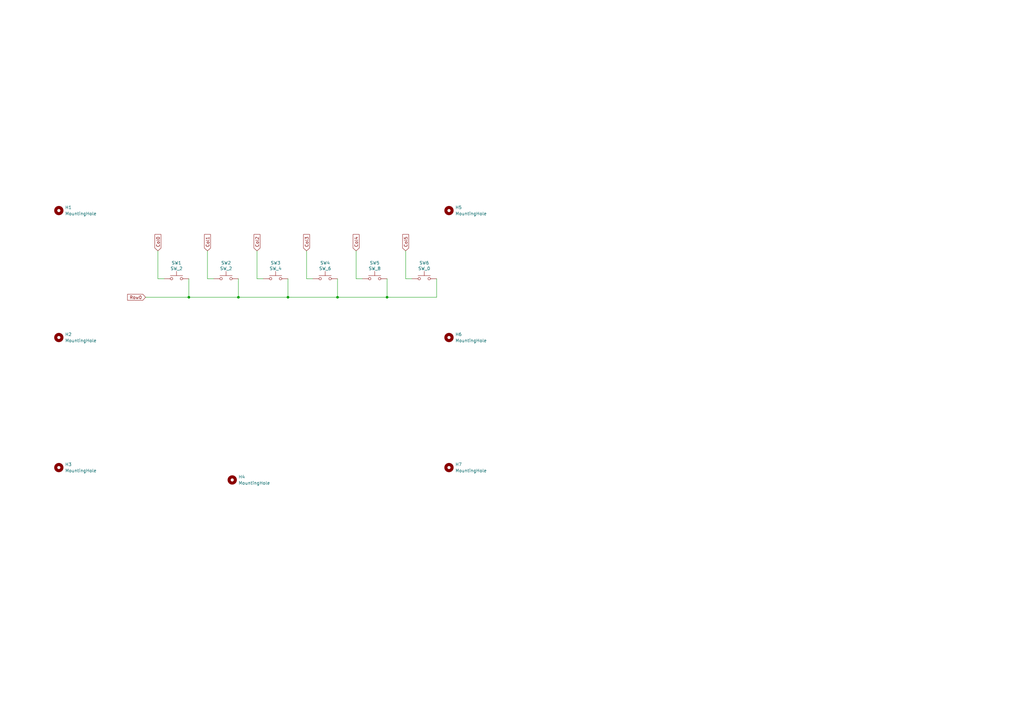
<source format=kicad_sch>
(kicad_sch (version 20211123) (generator eeschema)

  (uuid 5245fe21-b507-43dd-8813-9ae3c7554589)

  (paper "A3")

  (lib_symbols
    (symbol "Mechanical:MountingHole" (pin_names (offset 1.016)) (in_bom yes) (on_board yes)
      (property "Reference" "H" (id 0) (at 0 5.08 0)
        (effects (font (size 1.27 1.27)))
      )
      (property "Value" "MountingHole" (id 1) (at 0 3.175 0)
        (effects (font (size 1.27 1.27)))
      )
      (property "Footprint" "" (id 2) (at 0 0 0)
        (effects (font (size 1.27 1.27)) hide)
      )
      (property "Datasheet" "~" (id 3) (at 0 0 0)
        (effects (font (size 1.27 1.27)) hide)
      )
      (property "ki_keywords" "mounting hole" (id 4) (at 0 0 0)
        (effects (font (size 1.27 1.27)) hide)
      )
      (property "ki_description" "Mounting Hole without connection" (id 5) (at 0 0 0)
        (effects (font (size 1.27 1.27)) hide)
      )
      (property "ki_fp_filters" "MountingHole*" (id 6) (at 0 0 0)
        (effects (font (size 1.27 1.27)) hide)
      )
      (symbol "MountingHole_0_1"
        (circle (center 0 0) (radius 1.27)
          (stroke (width 1.27) (type default) (color 0 0 0 0))
          (fill (type none))
        )
      )
    )
    (symbol "Switch:SW_Push" (pin_numbers hide) (pin_names (offset 1.016) hide) (in_bom yes) (on_board yes)
      (property "Reference" "SW" (id 0) (at 1.27 2.54 0)
        (effects (font (size 1.27 1.27)) (justify left))
      )
      (property "Value" "SW_Push" (id 1) (at 0 -1.524 0)
        (effects (font (size 1.27 1.27)))
      )
      (property "Footprint" "" (id 2) (at 0 5.08 0)
        (effects (font (size 1.27 1.27)) hide)
      )
      (property "Datasheet" "~" (id 3) (at 0 5.08 0)
        (effects (font (size 1.27 1.27)) hide)
      )
      (property "ki_keywords" "switch normally-open pushbutton push-button" (id 4) (at 0 0 0)
        (effects (font (size 1.27 1.27)) hide)
      )
      (property "ki_description" "Push button switch, generic, two pins" (id 5) (at 0 0 0)
        (effects (font (size 1.27 1.27)) hide)
      )
      (symbol "SW_Push_0_1"
        (circle (center -2.032 0) (radius 0.508)
          (stroke (width 0) (type default) (color 0 0 0 0))
          (fill (type none))
        )
        (polyline
          (pts
            (xy 0 1.27)
            (xy 0 3.048)
          )
          (stroke (width 0) (type default) (color 0 0 0 0))
          (fill (type none))
        )
        (polyline
          (pts
            (xy 2.54 1.27)
            (xy -2.54 1.27)
          )
          (stroke (width 0) (type default) (color 0 0 0 0))
          (fill (type none))
        )
        (circle (center 2.032 0) (radius 0.508)
          (stroke (width 0) (type default) (color 0 0 0 0))
          (fill (type none))
        )
        (pin passive line (at -5.08 0 0) (length 2.54)
          (name "1" (effects (font (size 1.27 1.27))))
          (number "1" (effects (font (size 1.27 1.27))))
        )
        (pin passive line (at 5.08 0 180) (length 2.54)
          (name "2" (effects (font (size 1.27 1.27))))
          (number "2" (effects (font (size 1.27 1.27))))
        )
      )
    )
  )

  (junction (at 118.11 121.92) (diameter 0) (color 0 0 0 0)
    (uuid 6d448d0e-7027-4240-a79d-ab2a9cc6b100)
  )
  (junction (at 138.43 121.92) (diameter 0) (color 0 0 0 0)
    (uuid 8f73dec3-8e8b-4589-9a27-efd1522c7203)
  )
  (junction (at 77.47 121.92) (diameter 0) (color 0 0 0 0)
    (uuid b3cabf27-225a-4421-8614-cfc62501f1fd)
  )
  (junction (at 97.79 121.92) (diameter 0) (color 0 0 0 0)
    (uuid df336c65-24f0-4c3e-ac7f-92a628d8d193)
  )
  (junction (at 158.75 121.92) (diameter 0) (color 0 0 0 0)
    (uuid fed98659-12da-48ee-9986-b0fdcf96badf)
  )

  (wire (pts (xy 85.09 102.87) (xy 85.09 114.3))
    (stroke (width 0) (type default) (color 0 0 0 0))
    (uuid 04fbe3cc-d818-4f40-8f9b-06980ca6b150)
  )
  (wire (pts (xy 125.73 102.87) (xy 125.73 114.3))
    (stroke (width 0) (type default) (color 0 0 0 0))
    (uuid 223fd307-ae1d-446c-bcfa-80b1a073b312)
  )
  (wire (pts (xy 64.77 114.3) (xy 67.31 114.3))
    (stroke (width 0) (type default) (color 0 0 0 0))
    (uuid 231a5e75-6925-438b-9e1f-8ae60bd683df)
  )
  (wire (pts (xy 105.41 102.87) (xy 105.41 114.3))
    (stroke (width 0) (type default) (color 0 0 0 0))
    (uuid 26fd64c2-a1bd-42c8-885d-8c7eb83fafb2)
  )
  (wire (pts (xy 97.79 114.3) (xy 97.79 121.92))
    (stroke (width 0) (type default) (color 0 0 0 0))
    (uuid 38a6016c-b493-448d-b6b1-7ecbd0d26aa3)
  )
  (wire (pts (xy 64.77 102.87) (xy 64.77 114.3))
    (stroke (width 0) (type default) (color 0 0 0 0))
    (uuid 3bd5bcff-2b46-4960-90d2-7ff3f091c910)
  )
  (wire (pts (xy 77.47 121.92) (xy 97.79 121.92))
    (stroke (width 0) (type default) (color 0 0 0 0))
    (uuid 3f0a291b-581f-477f-a445-747d7eb2e4d3)
  )
  (wire (pts (xy 179.07 114.3) (xy 179.07 121.92))
    (stroke (width 0) (type default) (color 0 0 0 0))
    (uuid 46ecdd8c-b6c1-4fec-9caa-eb005de3b24f)
  )
  (wire (pts (xy 118.11 121.92) (xy 138.43 121.92))
    (stroke (width 0) (type default) (color 0 0 0 0))
    (uuid 47b017bb-fdda-40df-8f3c-bab553515032)
  )
  (wire (pts (xy 166.37 114.3) (xy 168.91 114.3))
    (stroke (width 0) (type default) (color 0 0 0 0))
    (uuid 5bbbf331-fe98-4ad4-9619-595f507c541d)
  )
  (wire (pts (xy 138.43 114.3) (xy 138.43 121.92))
    (stroke (width 0) (type default) (color 0 0 0 0))
    (uuid 61199bb3-b975-4fca-9a85-fed3e7e514eb)
  )
  (wire (pts (xy 77.47 114.3) (xy 77.47 121.92))
    (stroke (width 0) (type default) (color 0 0 0 0))
    (uuid 67bb57f6-720e-40f0-801d-ba5cec09e853)
  )
  (wire (pts (xy 146.05 102.87) (xy 146.05 114.3))
    (stroke (width 0) (type default) (color 0 0 0 0))
    (uuid 6c160704-50cf-40cd-9bbf-71f861a8bff4)
  )
  (wire (pts (xy 146.05 114.3) (xy 148.59 114.3))
    (stroke (width 0) (type default) (color 0 0 0 0))
    (uuid 73335a08-d478-4ada-9d90-c743f11c6c7a)
  )
  (wire (pts (xy 166.37 102.87) (xy 166.37 114.3))
    (stroke (width 0) (type default) (color 0 0 0 0))
    (uuid 74372118-c764-43a5-a8e6-f368fed7bed1)
  )
  (wire (pts (xy 158.75 114.3) (xy 158.75 121.92))
    (stroke (width 0) (type default) (color 0 0 0 0))
    (uuid 7aefa424-b96f-48ff-bae3-83866b27e3c9)
  )
  (wire (pts (xy 105.41 114.3) (xy 107.95 114.3))
    (stroke (width 0) (type default) (color 0 0 0 0))
    (uuid 93f8c80f-48e5-4863-9143-5920bcf37ead)
  )
  (wire (pts (xy 59.69 121.92) (xy 77.47 121.92))
    (stroke (width 0) (type default) (color 0 0 0 0))
    (uuid bd502c18-5f6c-4f9c-a44f-866e945c3cc2)
  )
  (wire (pts (xy 158.75 121.92) (xy 179.07 121.92))
    (stroke (width 0) (type default) (color 0 0 0 0))
    (uuid c74e03c6-1585-4ce0-9c07-f4edb41dce49)
  )
  (wire (pts (xy 138.43 121.92) (xy 158.75 121.92))
    (stroke (width 0) (type default) (color 0 0 0 0))
    (uuid c9d08c2f-6f1e-49a1-9bce-e9cd7d709cee)
  )
  (wire (pts (xy 118.11 114.3) (xy 118.11 121.92))
    (stroke (width 0) (type default) (color 0 0 0 0))
    (uuid ea7ffe30-47d9-4360-894a-480cbfd1dc18)
  )
  (wire (pts (xy 125.73 114.3) (xy 128.27 114.3))
    (stroke (width 0) (type default) (color 0 0 0 0))
    (uuid ebea7ce0-91bc-49a8-855b-3018c4af47f4)
  )
  (wire (pts (xy 97.79 121.92) (xy 118.11 121.92))
    (stroke (width 0) (type default) (color 0 0 0 0))
    (uuid ee349b0b-5e78-4467-bd8f-0d54f44317a0)
  )
  (wire (pts (xy 85.09 114.3) (xy 87.63 114.3))
    (stroke (width 0) (type default) (color 0 0 0 0))
    (uuid fa7d6a77-f523-439e-a1bc-e48dc058ca8e)
  )

  (global_label "Row0" (shape input) (at 59.69 121.92 180) (fields_autoplaced)
    (effects (font (size 1.27 1.27)) (justify right))
    (uuid 0d4eb50b-3e60-44a8-8ad9-8974b89335c7)
    (property "Intersheet References" "${INTERSHEET_REFS}" (id 0) (at 52.4068 121.8406 0)
      (effects (font (size 1.27 1.27)) (justify right) hide)
    )
  )
  (global_label "Col2" (shape input) (at 105.41 102.87 90) (fields_autoplaced)
    (effects (font (size 1.27 1.27)) (justify left))
    (uuid 1a4c410f-d014-410a-bbc9-10d99461a39e)
    (property "Intersheet References" "${INTERSHEET_REFS}" (id 0) (at 105.3306 96.252 90)
      (effects (font (size 1.27 1.27)) (justify left) hide)
    )
  )
  (global_label "Col3" (shape input) (at 125.73 102.87 90) (fields_autoplaced)
    (effects (font (size 1.27 1.27)) (justify left))
    (uuid 8463d626-79b9-4c01-924a-6144de2edbbe)
    (property "Intersheet References" "${INTERSHEET_REFS}" (id 0) (at 125.6506 96.252 90)
      (effects (font (size 1.27 1.27)) (justify left) hide)
    )
  )
  (global_label "Col1" (shape input) (at 85.09 102.87 90) (fields_autoplaced)
    (effects (font (size 1.27 1.27)) (justify left))
    (uuid 9aa270d0-7766-4552-a53c-4702875952da)
    (property "Intersheet References" "${INTERSHEET_REFS}" (id 0) (at 85.0106 96.252 90)
      (effects (font (size 1.27 1.27)) (justify left) hide)
    )
  )
  (global_label "Col5" (shape input) (at 166.37 102.87 90) (fields_autoplaced)
    (effects (font (size 1.27 1.27)) (justify left))
    (uuid a8a70cdf-c023-4d32-b61f-a866ac7ac34a)
    (property "Intersheet References" "${INTERSHEET_REFS}" (id 0) (at 166.2906 96.252 90)
      (effects (font (size 1.27 1.27)) (justify left) hide)
    )
  )
  (global_label "Col0" (shape input) (at 64.77 102.87 90) (fields_autoplaced)
    (effects (font (size 1.27 1.27)) (justify left))
    (uuid b430540c-462f-4cfb-bd46-8ed24d60ec44)
    (property "Intersheet References" "${INTERSHEET_REFS}" (id 0) (at 64.6906 96.252 90)
      (effects (font (size 1.27 1.27)) (justify left) hide)
    )
  )
  (global_label "Col4" (shape input) (at 146.05 102.87 90) (fields_autoplaced)
    (effects (font (size 1.27 1.27)) (justify left))
    (uuid f8760952-7088-45c5-91a8-24927eedcae5)
    (property "Intersheet References" "${INTERSHEET_REFS}" (id 0) (at 145.9706 96.252 90)
      (effects (font (size 1.27 1.27)) (justify left) hide)
    )
  )

  (symbol (lib_id "Mechanical:MountingHole") (at 24.13 86.36 0) (unit 1)
    (in_bom yes) (on_board yes) (fields_autoplaced)
    (uuid 17fe6c74-7093-4ce3-b0e5-cd6b76f5155b)
    (property "Reference" "H1" (id 0) (at 26.67 85.0899 0)
      (effects (font (size 1.27 1.27)) (justify left))
    )
    (property "Value" "MountingHole" (id 1) (at 26.67 87.6299 0)
      (effects (font (size 1.27 1.27)) (justify left))
    )
    (property "Footprint" "kbd_Hole:m2_Screw_Hole" (id 2) (at 24.13 86.36 0)
      (effects (font (size 1.27 1.27)) hide)
    )
    (property "Datasheet" "~" (id 3) (at 24.13 86.36 0)
      (effects (font (size 1.27 1.27)) hide)
    )
  )

  (symbol (lib_id "Switch:SW_Push") (at 133.35 114.3 0) (unit 1)
    (in_bom yes) (on_board yes)
    (uuid 1ba0fb79-40e6-4387-8e3e-c4589bc2b09d)
    (property "Reference" "SW4" (id 0) (at 133.35 107.823 0))
    (property "Value" "SW_6" (id 1) (at 133.35 110.1344 0))
    (property "Footprint" "kbd_SW:CherryMX_Solder_1u" (id 2) (at 133.35 109.22 0)
      (effects (font (size 1.27 1.27)) hide)
    )
    (property "Datasheet" "~" (id 3) (at 133.35 109.22 0)
      (effects (font (size 1.27 1.27)) hide)
    )
    (pin "1" (uuid 806cbe58-0f67-4abb-bdb3-67e39a96598d))
    (pin "2" (uuid 4bc22e4f-847c-4192-b988-11d92e0cb858))
  )

  (symbol (lib_id "Switch:SW_Push") (at 113.03 114.3 0) (unit 1)
    (in_bom yes) (on_board yes)
    (uuid 26d1c079-84b9-443c-9aab-5012fec80b79)
    (property "Reference" "SW3" (id 0) (at 113.03 107.823 0))
    (property "Value" "SW_4" (id 1) (at 113.03 110.1344 0))
    (property "Footprint" "kbd_SW:CherryMX_Solder_1u" (id 2) (at 113.03 109.22 0)
      (effects (font (size 1.27 1.27)) hide)
    )
    (property "Datasheet" "~" (id 3) (at 113.03 109.22 0)
      (effects (font (size 1.27 1.27)) hide)
    )
    (pin "1" (uuid b7e60dc5-7c4a-4858-82c6-09458bc6f415))
    (pin "2" (uuid ec8207c4-fc37-4f9b-93de-e55871be294e))
  )

  (symbol (lib_id "Switch:SW_Push") (at 72.39 114.3 0) (unit 1)
    (in_bom yes) (on_board yes)
    (uuid 375b50ec-1914-493e-8468-dd16fa29679a)
    (property "Reference" "SW1" (id 0) (at 72.39 107.823 0))
    (property "Value" "SW_2" (id 1) (at 72.39 110.1344 0))
    (property "Footprint" "kbd_SW:CherryMX_Solder_1u" (id 2) (at 72.39 109.22 0)
      (effects (font (size 1.27 1.27)) hide)
    )
    (property "Datasheet" "~" (id 3) (at 72.39 109.22 0)
      (effects (font (size 1.27 1.27)) hide)
    )
    (pin "1" (uuid c0bdf6e3-fd2c-47e1-a039-627b2b604ea5))
    (pin "2" (uuid c5a656b3-e334-4660-8a05-a3fcb2686118))
  )

  (symbol (lib_id "Mechanical:MountingHole") (at 95.25 196.85 0) (unit 1)
    (in_bom yes) (on_board yes)
    (uuid 5c08c9e3-20b7-4f60-b7e7-49b04d3dc7a0)
    (property "Reference" "H4" (id 0) (at 97.79 195.5799 0)
      (effects (font (size 1.27 1.27)) (justify left))
    )
    (property "Value" "MountingHole" (id 1) (at 97.79 198.12 0)
      (effects (font (size 1.27 1.27)) (justify left))
    )
    (property "Footprint" "kbd_Hole:m2_Screw_Hole" (id 2) (at 95.25 196.85 0)
      (effects (font (size 1.27 1.27)) hide)
    )
    (property "Datasheet" "~" (id 3) (at 95.25 196.85 0)
      (effects (font (size 1.27 1.27)) hide)
    )
  )

  (symbol (lib_id "Mechanical:MountingHole") (at 184.15 86.36 0) (unit 1)
    (in_bom yes) (on_board yes) (fields_autoplaced)
    (uuid 743f90b1-c4eb-4d5f-a68e-9971f1fb10d1)
    (property "Reference" "H5" (id 0) (at 186.69 85.0899 0)
      (effects (font (size 1.27 1.27)) (justify left))
    )
    (property "Value" "MountingHole" (id 1) (at 186.69 87.6299 0)
      (effects (font (size 1.27 1.27)) (justify left))
    )
    (property "Footprint" "kbd_Hole:m2_Screw_Hole" (id 2) (at 184.15 86.36 0)
      (effects (font (size 1.27 1.27)) hide)
    )
    (property "Datasheet" "~" (id 3) (at 184.15 86.36 0)
      (effects (font (size 1.27 1.27)) hide)
    )
  )

  (symbol (lib_id "Mechanical:MountingHole") (at 24.13 138.43 0) (unit 1)
    (in_bom yes) (on_board yes)
    (uuid 75a2aa97-260a-46a7-8bb3-0aea22bf077f)
    (property "Reference" "H2" (id 0) (at 26.67 137.1599 0)
      (effects (font (size 1.27 1.27)) (justify left))
    )
    (property "Value" "MountingHole" (id 1) (at 26.67 139.6999 0)
      (effects (font (size 1.27 1.27)) (justify left))
    )
    (property "Footprint" "kbd_Hole:m2_Screw_Hole" (id 2) (at 24.13 138.43 0)
      (effects (font (size 1.27 1.27)) hide)
    )
    (property "Datasheet" "~" (id 3) (at 24.13 138.43 0)
      (effects (font (size 1.27 1.27)) hide)
    )
  )

  (symbol (lib_id "Mechanical:MountingHole") (at 184.15 138.43 0) (unit 1)
    (in_bom yes) (on_board yes)
    (uuid d9023b06-d623-4d44-878f-b4095ecdd293)
    (property "Reference" "H6" (id 0) (at 186.69 137.1599 0)
      (effects (font (size 1.27 1.27)) (justify left))
    )
    (property "Value" "MountingHole" (id 1) (at 186.69 139.6999 0)
      (effects (font (size 1.27 1.27)) (justify left))
    )
    (property "Footprint" "kbd_Hole:m2_Screw_Hole" (id 2) (at 184.15 138.43 0)
      (effects (font (size 1.27 1.27)) hide)
    )
    (property "Datasheet" "~" (id 3) (at 184.15 138.43 0)
      (effects (font (size 1.27 1.27)) hide)
    )
  )

  (symbol (lib_id "Switch:SW_Push") (at 173.99 114.3 0) (unit 1)
    (in_bom yes) (on_board yes)
    (uuid d9ffbd44-43a3-4b70-b2c3-e172305fe8d5)
    (property "Reference" "SW6" (id 0) (at 173.99 107.823 0))
    (property "Value" "SW_0" (id 1) (at 173.99 110.1344 0))
    (property "Footprint" "kbd_SW:CherryMX_Solder_1u" (id 2) (at 173.99 109.22 0)
      (effects (font (size 1.27 1.27)) hide)
    )
    (property "Datasheet" "~" (id 3) (at 173.99 109.22 0)
      (effects (font (size 1.27 1.27)) hide)
    )
    (pin "1" (uuid 4c3a6e41-b673-4033-ad86-3647b66afdb2))
    (pin "2" (uuid c81674d7-177a-42b3-ac31-bf056fc4fb35))
  )

  (symbol (lib_id "Mechanical:MountingHole") (at 24.13 191.77 0) (unit 1)
    (in_bom yes) (on_board yes)
    (uuid e62bc1b8-4843-4399-a041-4bc37e9ab620)
    (property "Reference" "H3" (id 0) (at 26.67 190.4999 0)
      (effects (font (size 1.27 1.27)) (justify left))
    )
    (property "Value" "MountingHole" (id 1) (at 26.67 193.0399 0)
      (effects (font (size 1.27 1.27)) (justify left))
    )
    (property "Footprint" "kbd_Hole:m2_Screw_Hole" (id 2) (at 24.13 191.77 0)
      (effects (font (size 1.27 1.27)) hide)
    )
    (property "Datasheet" "~" (id 3) (at 24.13 191.77 0)
      (effects (font (size 1.27 1.27)) hide)
    )
  )

  (symbol (lib_id "Switch:SW_Push") (at 92.71 114.3 0) (unit 1)
    (in_bom yes) (on_board yes)
    (uuid f2c71871-836d-493d-97ca-9ecc25d8c3ed)
    (property "Reference" "SW2" (id 0) (at 92.71 107.823 0))
    (property "Value" "SW_2" (id 1) (at 92.71 110.1344 0))
    (property "Footprint" "kbd_SW:CherryMX_Solder_1u" (id 2) (at 92.71 109.22 0)
      (effects (font (size 1.27 1.27)) hide)
    )
    (property "Datasheet" "~" (id 3) (at 92.71 109.22 0)
      (effects (font (size 1.27 1.27)) hide)
    )
    (pin "1" (uuid 36689a1f-e74b-4a24-b1e3-d37e2a6faedc))
    (pin "2" (uuid 7b337296-abc5-4f7b-b090-31f35a88af22))
  )

  (symbol (lib_id "Mechanical:MountingHole") (at 184.15 191.77 0) (unit 1)
    (in_bom yes) (on_board yes)
    (uuid f2ede056-3b65-4b97-a7ff-3aa80d2e3409)
    (property "Reference" "H7" (id 0) (at 186.69 190.4999 0)
      (effects (font (size 1.27 1.27)) (justify left))
    )
    (property "Value" "MountingHole" (id 1) (at 186.69 193.0399 0)
      (effects (font (size 1.27 1.27)) (justify left))
    )
    (property "Footprint" "kbd_Hole:m2_Screw_Hole" (id 2) (at 184.15 191.77 0)
      (effects (font (size 1.27 1.27)) hide)
    )
    (property "Datasheet" "~" (id 3) (at 184.15 191.77 0)
      (effects (font (size 1.27 1.27)) hide)
    )
  )

  (symbol (lib_id "Switch:SW_Push") (at 153.67 114.3 0) (unit 1)
    (in_bom yes) (on_board yes)
    (uuid f8086683-ffef-4ad0-aab0-c61c9a9172f6)
    (property "Reference" "SW5" (id 0) (at 153.67 107.823 0))
    (property "Value" "SW_8" (id 1) (at 153.67 110.1344 0))
    (property "Footprint" "kbd_SW:CherryMX_Solder_1u" (id 2) (at 153.67 109.22 0)
      (effects (font (size 1.27 1.27)) hide)
    )
    (property "Datasheet" "~" (id 3) (at 153.67 109.22 0)
      (effects (font (size 1.27 1.27)) hide)
    )
    (pin "1" (uuid 5f92ac6c-8e7b-4c62-8bd3-533a4bed6ed7))
    (pin "2" (uuid 1f3b87c1-4ce3-476d-8242-47acfac8790e))
  )

  (sheet_instances
    (path "/" (page "1"))
  )

  (symbol_instances
    (path "/17fe6c74-7093-4ce3-b0e5-cd6b76f5155b"
      (reference "H1") (unit 1) (value "MountingHole") (footprint "kbd_Hole:m2_Screw_Hole")
    )
    (path "/75a2aa97-260a-46a7-8bb3-0aea22bf077f"
      (reference "H2") (unit 1) (value "MountingHole") (footprint "kbd_Hole:m2_Screw_Hole")
    )
    (path "/e62bc1b8-4843-4399-a041-4bc37e9ab620"
      (reference "H3") (unit 1) (value "MountingHole") (footprint "kbd_Hole:m2_Screw_Hole")
    )
    (path "/5c08c9e3-20b7-4f60-b7e7-49b04d3dc7a0"
      (reference "H4") (unit 1) (value "MountingHole") (footprint "kbd_Hole:m2_Screw_Hole")
    )
    (path "/743f90b1-c4eb-4d5f-a68e-9971f1fb10d1"
      (reference "H5") (unit 1) (value "MountingHole") (footprint "kbd_Hole:m2_Screw_Hole")
    )
    (path "/d9023b06-d623-4d44-878f-b4095ecdd293"
      (reference "H6") (unit 1) (value "MountingHole") (footprint "kbd_Hole:m2_Screw_Hole")
    )
    (path "/f2ede056-3b65-4b97-a7ff-3aa80d2e3409"
      (reference "H7") (unit 1) (value "MountingHole") (footprint "kbd_Hole:m2_Screw_Hole")
    )
    (path "/375b50ec-1914-493e-8468-dd16fa29679a"
      (reference "SW1") (unit 1) (value "SW_2") (footprint "kbd_SW:CherryMX_Solder_1u")
    )
    (path "/f2c71871-836d-493d-97ca-9ecc25d8c3ed"
      (reference "SW2") (unit 1) (value "SW_2") (footprint "kbd_SW:CherryMX_Solder_1u")
    )
    (path "/26d1c079-84b9-443c-9aab-5012fec80b79"
      (reference "SW3") (unit 1) (value "SW_4") (footprint "kbd_SW:CherryMX_Solder_1u")
    )
    (path "/1ba0fb79-40e6-4387-8e3e-c4589bc2b09d"
      (reference "SW4") (unit 1) (value "SW_6") (footprint "kbd_SW:CherryMX_Solder_1u")
    )
    (path "/f8086683-ffef-4ad0-aab0-c61c9a9172f6"
      (reference "SW5") (unit 1) (value "SW_8") (footprint "kbd_SW:CherryMX_Solder_1u")
    )
    (path "/d9ffbd44-43a3-4b70-b2c3-e172305fe8d5"
      (reference "SW6") (unit 1) (value "SW_0") (footprint "kbd_SW:CherryMX_Solder_1u")
    )
  )
)

</source>
